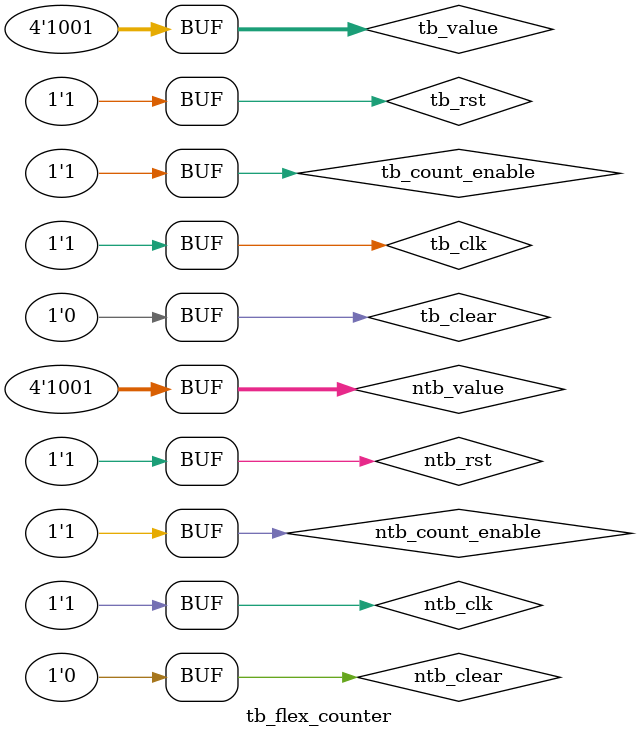
<source format=sv>
`timescale 1ns / 100 ps

module tb_flex_counter();

      localparam CLK_PERIOD = 5;
      //400Mhz.................
      wire tb_clk;
      wire tb_rst;
      wire tb_count_enable;
      wire [3:0] tb_count_out;
      wire [3:0] tb_value;    
      wire tb_flag;
      wire tb_clear;

      reg ntb_clk;
      reg ntb_rst;
      reg ntb_count_enable;
      reg [3:0] ntb_count_out;
      reg [3:0] ntb_value;    
      reg ntb_flag;
      reg ntb_clear;
      

flex_counter dut(.clk(tb_clk), .n_rst(tb_rst), .count_enable(tb_count_enable), .clear(tb_clear), .rollover_val(tb_value), .count_out(tb_count_out), .rollover_flag(tb_flag));

      always
      begin : CLK_GEN
        ntb_clk = 1'b0;
        #(CLK_PERIOD/2);
        ntb_clk = 1'b1;
        #(CLK_PERIOD/2);
      end


	assign tb_clk=ntb_clk;
	assign tb_rst=ntb_rst;
	assign tb_count_enable=ntb_count_enable;
	assign tb_count_out=ntb_count_out;
	assign tb_value=ntb_value;
	assign tb_flag=ntb_flag;
	assign tb_clear=ntb_clear;

initial
	begin
	  ntb_rst = 1'b0; ntb_count_enable =1'b1; ntb_value = 4'b0100; ntb_clear=0; #10;
	  ntb_rst = 1'b1; ntb_count_enable =1'b1; ntb_value = 4'b0100; ntb_clear=0; #10;
	  ntb_rst = 1'b1; ntb_count_enable =1'b1; ntb_value = 4'b0100; ntb_clear=0; #10;
	  ntb_rst = 1'b1; ntb_count_enable =1'b1; ntb_value = 4'b0100; ntb_clear=0; #10;
	  ntb_rst = 1'b1; ntb_count_enable =1'b1; ntb_value = 4'b0100; ntb_clear=0; #10;
	  ntb_rst = 1'b1; ntb_count_enable =1'b1; ntb_value = 4'b0100; ntb_clear=0; #10;
	  ntb_rst = 1'b1; ntb_count_enable =1'b1; ntb_value = 4'b0100; ntb_clear=0; #10;

	  ntb_rst = 1'b0; ntb_count_enable =1'b1; ntb_value = 4'b0101; ntb_clear=0; #10;
	  ntb_rst = 1'b1; ntb_count_enable =1'b1; ntb_value = 4'b0101; ntb_clear=0; #10;
	  ntb_rst = 1'b1; ntb_count_enable =1'b1; ntb_value = 4'b0101; ntb_clear=0; #10;
	  ntb_rst = 1'b1; ntb_count_enable =1'b1; ntb_value = 4'b0101; ntb_clear=0; #10;
	  ntb_rst = 1'b1; ntb_count_enable =1'b1; ntb_value = 4'b0101; ntb_clear=0; #10;
	  ntb_rst = 1'b1; ntb_count_enable =1'b1; ntb_value = 4'b0101; ntb_clear=0; #10;
	  ntb_rst = 1'b1; ntb_count_enable =1'b1; ntb_value = 4'b0101; ntb_clear=0; #10;

	  ntb_rst = 1'b0; ntb_count_enable =1'b1; ntb_value = 4'b0111; ntb_clear=0; #10;
	  ntb_rst = 1'b1; ntb_count_enable =1'b1; ntb_value = 4'b0111; ntb_clear=0; #10;
	  ntb_rst = 1'b1; ntb_count_enable =1'b1; ntb_value = 4'b0111; ntb_clear=0; #10;
	  ntb_rst = 1'b1; ntb_count_enable =1'b1; ntb_value = 4'b0111; ntb_clear=0; #10;
	  ntb_rst = 1'b1; ntb_count_enable =1'b1; ntb_value = 4'b0111; ntb_clear=0; #10;
	  ntb_rst = 1'b1; ntb_count_enable =1'b1; ntb_value = 4'b0111; ntb_clear=0; #10;
	  ntb_rst = 1'b1; ntb_count_enable =1'b1; ntb_value = 4'b0111; ntb_clear=0; #10;

	  ntb_rst = 1'b0; ntb_count_enable =1'b1; ntb_value = 4'b1100; ntb_clear=0; #10;
	  ntb_rst = 1'b1; ntb_count_enable =1'b1; ntb_value = 4'b1100; ntb_clear=0; #10;
	  ntb_rst = 1'b1; ntb_count_enable =1'b1; ntb_value = 4'b1100; ntb_clear=0; #10;
	  ntb_rst = 1'b1; ntb_count_enable =1'b1; ntb_value = 4'b1100; ntb_clear=0; #10;
	  ntb_rst = 1'b1; ntb_count_enable =1'b1; ntb_value = 4'b1100; ntb_clear=0; #10;
	  ntb_rst = 1'b1; ntb_count_enable =1'b1; ntb_value = 4'b1100; ntb_clear=0; #10;
	  ntb_rst = 1'b1; ntb_count_enable =1'b1; ntb_value = 4'b1100; ntb_clear=0; #10;

	  ntb_rst = 1'b0; ntb_count_enable =1'b1; ntb_value = 4'b0110; ntb_clear=0; #10;
	  ntb_rst = 1'b1; ntb_count_enable =1'b1; ntb_value = 4'b0110; ntb_clear=0; #10;
	  ntb_rst = 1'b1; ntb_count_enable =1'b1; ntb_value = 4'b0110; ntb_clear=0; #10;
	  ntb_rst = 1'b1; ntb_count_enable =1'b1; ntb_value = 4'b0110; ntb_clear=0; #10;
	  ntb_rst = 1'b1; ntb_count_enable =1'b1; ntb_value = 4'b0110; ntb_clear=0; #10;
	  ntb_rst = 1'b1; ntb_count_enable =1'b1; ntb_value = 4'b0110; ntb_clear=0; #10;
	  ntb_rst = 1'b1; ntb_count_enable =1'b1; ntb_value = 4'b0110; ntb_clear=0; #10;

	  ntb_rst = 1'b0; ntb_count_enable =1'b1; ntb_value = 4'b1111; ntb_clear=0; #10;
	  ntb_rst = 1'b1; ntb_count_enable =1'b1; ntb_value = 4'b1111; ntb_clear=0; #10;
	  ntb_rst = 1'b1; ntb_count_enable =1'b1; ntb_value = 4'b1111; ntb_clear=0; #10;
	  ntb_rst = 1'b1; ntb_count_enable =1'b1; ntb_value = 4'b1111; ntb_clear=0; #10;
	  ntb_rst = 1'b1; ntb_count_enable =1'b1; ntb_value = 4'b1111; ntb_clear=0; #10;
	  ntb_rst = 1'b1; ntb_count_enable =1'b1; ntb_value = 4'b1111; ntb_clear=0; #10;
	  ntb_rst = 1'b1; ntb_count_enable =1'b1; ntb_value = 4'b1111; ntb_clear=0; #10;

	  ntb_rst = 1'b0; ntb_count_enable =1'b1; ntb_value = 4'b0000; ntb_clear=0; #10;
	  ntb_rst = 1'b1; ntb_count_enable =1'b1; ntb_value = 4'b0000; ntb_clear=0; #10;
	  ntb_rst = 1'b1; ntb_count_enable =1'b1; ntb_value = 4'b0000; ntb_clear=0; #10;
	  ntb_rst = 1'b1; ntb_count_enable =1'b1; ntb_value = 4'b0000; ntb_clear=0; #10;
	  ntb_rst = 1'b1; ntb_count_enable =1'b1; ntb_value = 4'b0000; ntb_clear=0; #10;
	  ntb_rst = 1'b1; ntb_count_enable =1'b1; ntb_value = 4'b0000; ntb_clear=0; #10;
	  ntb_rst = 1'b1; ntb_count_enable =1'b1; ntb_value = 4'b0000; ntb_clear=0; #10;

	  ntb_rst = 1'b0; ntb_count_enable =1'b1; ntb_value = 4'b1001; ntb_clear=0; #10;
	  ntb_rst = 1'b1; ntb_count_enable =1'b1; ntb_value = 4'b1001; ntb_clear=0; #10;
	  ntb_rst = 1'b1; ntb_count_enable =1'b1; ntb_value = 4'b1001; ntb_clear=0; #10;
	  ntb_rst = 1'b1; ntb_count_enable =1'b1; ntb_value = 4'b1001; ntb_clear=0; #10;
	  ntb_rst = 1'b1; ntb_count_enable =1'b1; ntb_value = 4'b1001; ntb_clear=0; #10;
	  ntb_rst = 1'b1; ntb_count_enable =1'b1; ntb_value = 4'b1001; ntb_clear=0; #10;
	  ntb_rst = 1'b1; ntb_count_enable =1'b1; ntb_value = 4'b1001; ntb_clear=0; #10;

  end

endmodule
</source>
